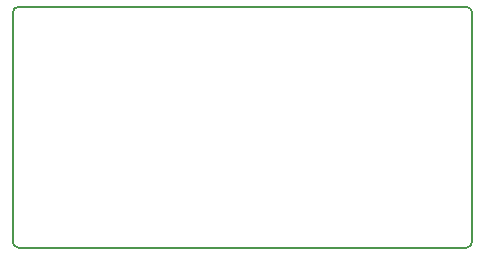
<source format=gbr>
%TF.GenerationSoftware,KiCad,Pcbnew,8.0.2*%
%TF.CreationDate,2025-12-30T14:28:12-05:00*%
%TF.ProjectId,voltage regulator,766f6c74-6167-4652-9072-6567756c6174,rev?*%
%TF.SameCoordinates,Original*%
%TF.FileFunction,Profile,NP*%
%FSLAX46Y46*%
G04 Gerber Fmt 4.6, Leading zero omitted, Abs format (unit mm)*
G04 Created by KiCad (PCBNEW 8.0.2) date 2025-12-30 14:28:12*
%MOMM*%
%LPD*%
G01*
G04 APERTURE LIST*
%TA.AperFunction,Profile*%
%ADD10C,0.200000*%
%TD*%
G04 APERTURE END LIST*
D10*
X145025000Y-104900000D02*
X107125000Y-104900000D01*
X106625000Y-104400000D02*
X106625000Y-85000000D01*
X145525000Y-85000000D02*
X145525000Y-104400000D01*
X107125000Y-84500000D02*
X145025000Y-84500000D01*
X107125000Y-104900000D02*
G75*
G02*
X106625000Y-104400000I0J500000D01*
G01*
X145525000Y-104400000D02*
G75*
G02*
X145025000Y-104900000I-500000J0D01*
G01*
X106625000Y-85000000D02*
G75*
G02*
X107125000Y-84500000I500000J0D01*
G01*
X145025000Y-84500000D02*
G75*
G02*
X145525000Y-85000000I0J-500000D01*
G01*
M02*

</source>
